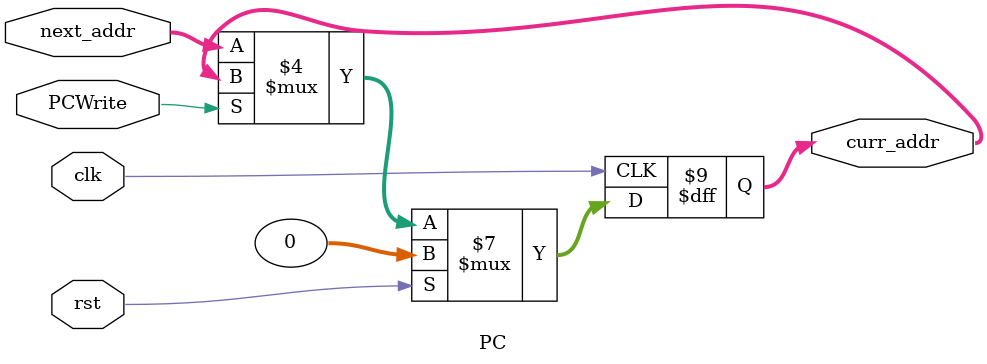
<source format=v>
module PC(
	clk, rst,
	PCWrite, 
	next_addr, 
	
	curr_addr);

input clk, rst, PCWrite;
input [31:0]next_addr;

output reg[31:0]curr_addr;

always @ (posedge clk) begin
	if(rst)
		curr_addr[31:0] = {32{1'b0}};
	else begin
		if(PCWrite == 0)
			curr_addr <= next_addr;
		else // When Harzard occured
			curr_addr <= curr_addr;
	end
end

endmodule 
</source>
